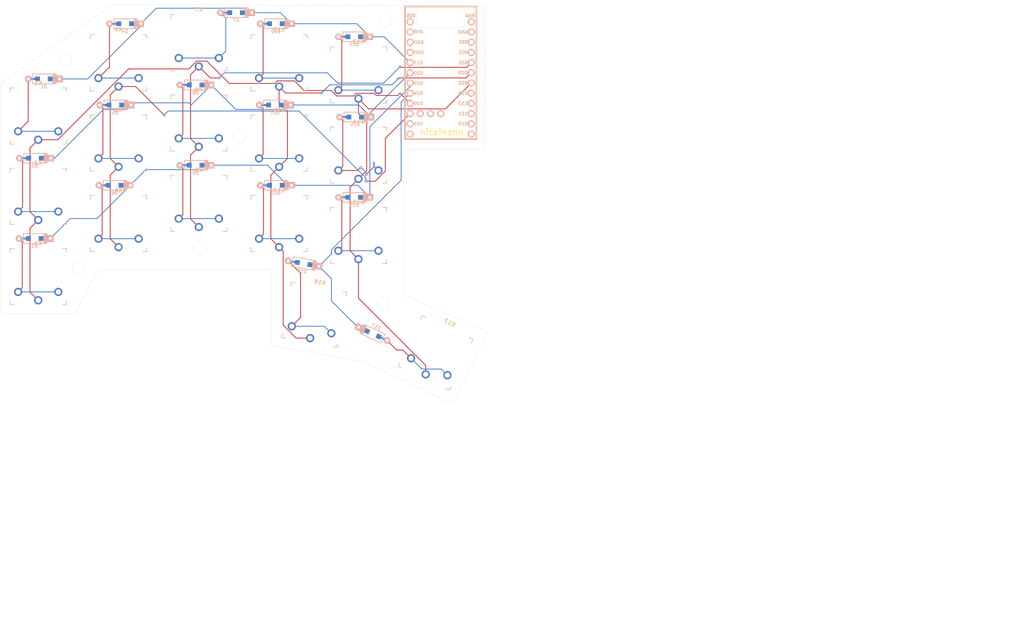
<source format=kicad_pcb>
(kicad_pcb (version 20241229) (generator "pcbnew") (generator_version "9.0")
  (layers (0 "F.Cu" signal) (2 "B.Cu" signal) (13 "F.Paste" user) (15 "B.Paste" user) (5 "F.SilkS" user "F.Silkscreen") (7 "B.SilkS" user "B.Silkscreen") (1 "F.Mask" user) (3 "B.Mask" user) (25 "Edge.Cuts" user))
  (net 0 "")
  (net 1 "/Row0")
  (net 2 "Net-(D1-A)")
  (net 3 "Net-(D2-A)")
  (net 4 "/Row1")
  (net 5 "/Row2")
  (net 6 "Net-(D3-A)")
  (net 7 "Net-(D4-A)")
  (net 8 "Net-(D5-A)")
  (net 9 "Net-(D6-A)")
  (net 10 "Net-(D7-A)")
  (net 11 "Net-(D8-A)")
  (net 12 "Net-(D9-A)")
  (net 13 "Net-(D10-A)")
  (net 14 "Net-(D11-A)")
  (net 15 "Net-(D12-A)")
  (net 16 "Net-(D13-A)")
  (net 17 "Net-(D14-A)")
  (net 18 "Net-(D15-A)")
  (net 19 "/Row3")
  (net 20 "Net-(D16-A)")
  (net 21 "Net-(D17-A)")
  (net 22 "/Col0")
  (net 23 "/Col1")
  (net 24 "/Col2")
  (net 25 "/Col3")
  (net 26 "/Col4")
  (footprint "Choc switches:SW_PG1350_reversible" (layer "F.Cu") (at 107.15 109.75)
    (property "Reference" "K15")
    (property "Value" "KEYSW")
  )
  (footprint "Choc switches:SW_PG1350_reversible" (layer "F.Cu") (at 27.4 80)
    (property "Reference" "K1")
    (property "Value" "KEYSW")
  )
  (footprint "Choc switches:SW_PG1350_reversible" (layer "F.Cu") (at 126.4 139 -25)
    (property "Reference" "K17")
    (property "Value" "KEYSW")
  )
  (footprint "Choc switches:SW_PG1350_reversible" (layer "F.Cu") (at 67.4 101.75)
    (property "Reference" "K9")
    (property "Value" "KEYSW")
  )
  (footprint "Choc switches:SW_PG1350_reversible" (layer "F.Cu") (at 96.15 129.5 -10)
    (property "Reference" "K16")
    (property "Value" "KEYSW")
  )
  (footprint "Choc switches:SW_PG1350_reversible" (layer "F.Cu") (at 47.4 86.75)
    (property "Reference" "K5")
    (property "Value" "KEYSW")
  )
  (footprint "nice!nano:nice_nano" (layer "F.Cu") (at 127.65 70.5 -90)
    (property "Reference" "U1" (hide yes))
    (property "Value" "nice_nano" (hide yes))
  )
  (footprint "Choc switches:SW_PG1350_reversible" (layer "F.Cu") (at 47.4 106.75)
    (property "Reference" "K6")
    (property "Value" "KEYSW")
  )
  (footprint "Choc switches:SW_PG1350_reversible" (layer "F.Cu") (at 47.4 66.75)
    (property "Reference" "K4")
    (property "Value" "KEYSW")
  )
  (footprint "Choc switches:SW_PG1350_reversible" (layer "F.Cu") (at 27.4 120)
    (property "Reference" "K3")
    (property "Value" "KEYSW")
  )
  (footprint "Choc switches:SW_PG1350_reversible" (layer "F.Cu") (at 67.4 61.75)
    (property "Reference" "K7")
    (property "Value" "KEYSW")
  )
  (footprint "Choc switches:SW_PG1350_reversible" (layer "F.Cu") (at 67.4 81.75)
    (property "Reference" "K8")
    (property "Value" "KEYSW")
  )
  (footprint "Choc switches:SW_PG1350_reversible" (layer "F.Cu") (at 107.15 69.75)
    (property "Reference" "K13")
    (property "Value" "KEYSW")
  )
  (footprint "Choc switches:SW_PG1350_reversible" (layer "F.Cu") (at 27.4 100)
    (property "Reference" "K2")
    (property "Value" "KEYSW")
  )
  (footprint "Choc switches:SW_PG1350_reversible" (layer "F.Cu") (at 87.4 86.75)
    (property "Reference" "K11")
    (property "Value" "KEYSW")
  )
  (footprint "Choc switches:SW_PG1350_reversible" (layer "F.Cu") (at 107.15 89.75)
    (property "Reference" "K14")
    (property "Value" "KEYSW")
  )
  (footprint "Choc switches:SW_PG1350_reversible" (layer "F.Cu") (at 87.4 66.75)
    (property "Reference" "K10")
    (property "Value" "KEYSW")
  )
  (footprint "Choc switches:SW_PG1350_reversible" (layer "F.Cu") (at 87.4 106.75)
    (property "Reference" "K12")
    (property "Value" "KEYSW")
  )
  (footprint "keyboard_parts.pretty-master:D_SOD123_axial" (layer "B.Cu") (at 26.525 110.5 180)
    (property "Reference" "D3")
    (property "Value" "~" (hide yes))
  )
  (footprint "keyboard_parts.pretty-master:D_SOD123_axial" (layer "B.Cu") (at 76.675 54.25 180)
    (property "Reference" "D7")
    (property "Value" "~" (hide yes))
  )
  (footprint "keyboard_parts.pretty-master:D_SOD123_axial" (layer "B.Cu") (at 86.35 77.25 180)
    (property "Reference" "D11")
    (property "Value" "~" (hide yes))
  )
  (footprint "keyboard_parts.pretty-master:D_SOD123_axial" (layer "B.Cu") (at 66.6 72.25 180)
    (property "Reference" "D8")
    (property "Value" "~" (hide yes))
  )
  (footprint "keyboard_parts.pretty-master:D_SOD123_axial" (layer "B.Cu") (at 26.6 90.5 180)
    (property "Reference" "D2")
    (property "Value" "~" (hide yes))
  )
  (footprint "keyboard_parts.pretty-master:D_SOD123_axial" (layer "B.Cu") (at 46.425 97.25 180)
    (property "Reference" "D6")
    (property "Value" "~" (hide yes))
  )
  (footprint "keyboard_parts.pretty-master:D_SOD123_axial" (layer "B.Cu") (at 106.1 100.25 180)
    (property "Reference" "D15")
    (property "Value" "~" (hide yes))
  )
  (footprint "keyboard_parts.pretty-master:D_SOD123_axial" (layer "B.Cu") (at 106.1 60.25 180)
    (property "Reference" "D13")
    (property "Value" "~" (hide yes))
  )
  (footprint "keyboard_parts.pretty-master:D_SOD123_axial" (layer "B.Cu") (at 86.6 57 180)
    (property "Reference" "D10")
    (property "Value" "~" (hide yes))
  )
  (footprint "keyboard_parts.pretty-master:D_SOD123_axial" (layer "B.Cu") (at 86.6 97.25 180)
    (property "Reference" "D12")
    (property "Value" "~" (hide yes))
  )
  (footprint "keyboard_parts.pretty-master:D_SOD123_axial" (layer "B.Cu") (at 93.5 116.75 170)
    (property "Reference" "D16")
    (property "Value" "~" (hide yes))
  )
  (footprint "keyboard_parts.pretty-master:D_SOD123_axial" (layer "B.Cu") (at 66.6 92.25 180)
    (property "Reference" "D9")
    (property "Value" "~" (hide yes))
  )
  (footprint "keyboard_parts.pretty-master:D_SOD123_axial" (layer "B.Cu") (at 110.75 134.25 -25)
    (property "Reference" "D17")
    (property "Value" "~" (hide yes))
  )
  (footprint "keyboard_parts.pretty-master:D_SOD123_axial" (layer "B.Cu") (at 28.8 70.75 180)
    (property "Reference" "D1")
    (property "Value" "~" (hide yes))
  )
  (footprint "keyboard_parts.pretty-master:D_SOD123_axial" (layer "B.Cu") (at 46.6 77.25 180)
    (property "Reference" "D5")
    (property "Value" "~" (hide yes))
  )
  (footprint "keyboard_parts.pretty-master:D_SOD123_axial" (layer "B.Cu") (at 49.05 57 180)
    (property "Reference" "D4")
    (property "Value" "~" (hide yes))
  )
  (footprint "keyboard_parts.pretty-master:D_SOD123_axial" (layer "B.Cu") (at 106.35 80.25 180)
    (property "Reference" "D14")
    (property "Value" "~" (hide yes))
  )
  (gr_circle (center 113.25 126.75) (end 114.75 126.75) (stroke (width 0.05)) (fill no) (layer "Edge.Cuts"))
  (gr_circle (center 34.25 66) (end 35.75 66) (stroke (width 0.05)) (fill no) (layer "Edge.Cuts"))
  (gr_circle (center 67.5 113) (end 69 113) (stroke (width 0.05)) (fill no) (layer "Edge.Cuts"))
  (gr_poly (pts (xy 130.638811 151.789788) (xy 139.375825 133.733292) (xy 118.4 124.524393) (xy 118.4 88.25) (xy 138.65 88.25) (xy 138.65 52.504145) (xy 133.5 52.5) (xy 133.5 58) (xy 121.75 58) (xy 121.750097 52.466188) (xy 45.974084 52.248133) (xy 17.9 71.899991) (xy 17.9 129.25) (xy 36.639361 129.25) (xy 42.256383 118.25) (xy 85.4 118.25) (xy 85.4 137.111112) (xy 108.819898 141.27465)) (stroke (width 0.05)) (fill no) (layer "Edge.Cuts"))
  (gr_circle (center 37.5 117.75) (end 39 117.75) (stroke (width 0.05)) (fill no) (layer "Edge.Cuts"))
  (gr_circle (center 77.5 85) (end 79 85) (stroke (width 0.05)) (fill no) (layer "Edge.Cuts"))
  (gr_circle (center 114 56.5) (end 115.5 56.5) (stroke (width 0.05)) (fill no) (layer "Edge.Cuts"))
  (segment (start 79.474 53.149) (end 80.575 54.25) (width 0.2) (layer "B.Cu") (net 1))
  (segment (start 52.95 57) (end 56.801 53.149) (width 0.2) (layer "B.Cu") (net 1))
  (segment (start 56.801 53.149) (end 79.474 53.149) (width 0.2) (layer "B.Cu") (net 1))
  (segment (start 52.95 57.55) (end 52.95 57) (width 0.2) (layer "B.Cu") (net 1))
  (segment (start 110 60.25) (end 113.59 60.25) (width 0.2) (layer "B.Cu") (net 1))
  (segment (start 113.59 60.25) (end 120.03 66.69) (width 0.2) (layer "B.Cu") (net 1))
  (segment (start 39.75 70.75) (end 52.95 57.55) (width 0.2) (layer "B.Cu") (net 1))
  (segment (start 90.5 57) (end 106.75 57) (width 0.2) (layer "B.Cu") (net 1))
  (segment (start 106.75 57) (end 110 60.25) (width 0.2) (layer "B.Cu") (net 1))
  (segment (start 80.575 54.25) (end 87.75 54.25) (width 0.2) (layer "B.Cu") (net 1))
  (segment (start 32.7 70.75) (end 39.75 70.75) (width 0.2) (layer "B.Cu") (net 1))
  (segment (start 87.75 54.25) (end 90.5 57) (width 0.2) (layer "B.Cu") (net 1))
  (segment (start 24.9 81.3) (end 22.4 83.8) (width 0.2) (layer "F.Cu") (net 2))
  (segment (start 24.9 70.75) (end 24.9 81.3) (width 0.2) (layer "F.Cu") (net 2))
  (segment (start 22.4 83.8) (end 32.4 83.8) (width 0.2) (layer "B.Cu") (net 2))
  (segment (start 23.499999 91.299999) (end 23.499999 102.700001) (width 0.2) (layer "F.Cu") (net 3))
  (segment (start 23.499999 102.700001) (end 22.4 103.8) (width 0.2) (layer "F.Cu") (net 3))
  (segment (start 22.7 90.5) (end 23.499999 91.299999) (width 0.2) (layer "F.Cu") (net 3))
  (segment (start 32.4 103.8) (end 22.4 103.8) (width 0.2) (layer "B.Cu") (net 3))
  (segment (start 110.25 80.25) (end 110.25 79.01) (width 0.2) (layer "B.Cu") (net 4))
  (segment (start 107.25 77.25) (end 110.25 80.25) (width 0.2) (layer "B.Cu") (net 4))
  (segment (start 64.9537 76.7037) (end 65.5 77.25) (width 0.2) (layer "B.Cu") (net 4))
  (segment (start 51.0463 76.7037) (end 64.9537 76.7037) (width 0.2) (layer "B.Cu") (net 4))
  (segment (start 70.5 72.25) (end 76.601 78.351) (width 0.2) (layer "B.Cu") (net 4))
  (segment (start 65.5 77.25) (end 70.5 72.25) (width 0.2) (layer "B.Cu") (net 4))
  (segment (start 49.5 78.25) (end 50.5 77.25) (width 0.2) (layer "B.Cu") (net 4))
  (segment (start 30.5 90.5) (end 31.5 90.5) (width 0.2) (layer "B.Cu") (net 4))
  (segment (start 76.601 78.351) (end 89.149 78.351) (width 0.2) (layer "B.Cu") (net 4))
  (segment (start 110.25 79.01) (end 120.03 69.23) (width 0.2) (layer "B.Cu") (net 4))
  (segment (start 31.5 90.5) (end 43.75 78.25) (width 0.2) (layer "B.Cu") (net 4))
  (segment (start 90.25 77.25) (end 107.25 77.25) (width 0.2) (layer "B.Cu") (net 4))
  (segment (start 89.149 78.351) (end 90.25 77.25) (width 0.2) (layer "B.Cu") (net 4))
  (segment (start 43.75 78.25) (end 49.5 78.25) (width 0.2) (layer "B.Cu") (net 4))
  (segment (start 50.5 77.25) (end 51.0463 76.7037) (width 0.2) (layer "B.Cu") (net 4))
  (segment (start 120.03 72.645046) (end 120.03 71.77) (width 0.2) (layer "B.Cu") (net 5))
  (segment (start 70.5 92.25) (end 84.5 92.25) (width 0.2) (layer "B.Cu") (net 5))
  (segment (start 110 100.25) (end 110 82.675046) (width 0.2) (layer "B.Cu") (net 5))
  (segment (start 69.399 93.351) (end 54.223999 93.351) (width 0.2) (layer "B.Cu") (net 5))
  (segment (start 107 97.25) (end 110 100.25) (width 0.2) (layer "B.Cu") (net 5))
  (segment (start 84.5 92.25) (end 89.5 97.25) (width 0.2) (layer "B.Cu") (net 5))
  (segment (start 42.026899 105.5481) (end 50.324999 97.25) (width 0.2) (layer "B.Cu") (net 5))
  (segment (start 54.223999 93.351) (end 50.324999 97.25) (width 0.2) (layer "B.Cu") (net 5))
  (segment (start 110 82.675046) (end 120.03 72.645046) (width 0.2) (layer "B.Cu") (net 5))
  (segment (start 70.5 92.25) (end 69.399 93.351) (width 0.2) (layer "B.Cu") (net 5))
  (segment (start 30.425 110.5) (end 35.3769 105.5481) (width 0.2) (layer "B.Cu") (net 5))
  (segment (start 89.5 97.25) (end 90.5 97.25) (width 0.2) (layer "B.Cu") (net 5))
  (segment (start 90.5 97.25) (end 107 97.25) (width 0.2) (layer "B.Cu") (net 5))
  (segment (start 35.3769 105.5481) (end 42.026899 105.5481) (width 0.2) (layer "B.Cu") (net 5))
  (segment (start 22.625 110.5) (end 23.424999 111.299999) (width 0.2) (layer "F.Cu") (net 6))
  (segment (start 23.424999 111.299999) (end 23.424999 122.775001) (width 0.2) (layer "F.Cu") (net 6))
  (segment (start 23.424999 122.775001) (end 22.4 123.8) (width 0.2) (layer "F.Cu") (net 6))
  (segment (start 22.4 123.8) (end 32.4 123.8) (width 0.2) (layer "B.Cu") (net 6))
  (segment (start 45.15 67.8) (end 42.4 70.55) (width 0.2) (layer "F.Cu") (net 7))
  (segment (start 45.15 57) (end 45.15 67.8) (width 0.2) (layer "F.Cu") (net 7))
  (segment (start 42.4 70.55) (end 52.4 70.55) (width 0.2) (layer "B.Cu") (net 7))
  (segment (start 43.499999 78.049999) (end 43.499999 89.450001) (width 0.2) (layer "F.Cu") (net 8))
  (segment (start 42.7 77.25) (end 43.499999 78.049999) (width 0.2) (layer "F.Cu") (net 8))
  (segment (start 43.499999 89.450001) (end 42.4 90.55) (width 0.2) (layer "F.Cu") (net 8))
  (segment (start 52.4 90.55) (end 42.4 90.55) (width 0.2) (layer "B.Cu") (net 8))
  (segment (start 43.325 109.625) (end 42.4 110.55) (width 0.2) (layer "F.Cu") (net 9))
  (segment (start 42.525001 97.25) (end 43.325 98.049999) (width 0.2) (layer "F.Cu") (net 9))
  (segment (start 43.325 98.049999) (end 43.325 109.625) (width 0.2) (layer "F.Cu") (net 9))
  (segment (start 52.4 110.55) (end 42.4 110.55) (width 0.2) (layer "B.Cu") (net 9))
  (segment (start 62.4 65.55) (end 72.4 65.55) (width 0.2) (layer "B.Cu") (net 10))
  (segment (start 74.1019 63.8481) (end 74.1019 55.5769) (width 0.2) (layer "B.Cu") (net 10))
  (segment (start 74.1019 55.5769) (end 72.775 54.25) (width 0.2) (layer "B.Cu") (net 10))
  (segment (start 72.4 65.55) (end 74.1019 63.8481) (width 0.2) (layer "B.Cu") (net 10))
  (segment (start 63.415999 72.965999) (end 62.7 72.25) (width 0.2) (layer "F.Cu") (net 11))
  (segment (start 62.4 85.55) (end 63.415999 84.534001) (width 0.2) (layer "F.Cu") (net 11))
  (segment (start 63.415999 84.534001) (end 63.415999 72.965999) (width 0.2) (layer "F.Cu") (net 11))
  (segment (start 62.4 85.55) (end 72.4 85.55) (width 0.2) (layer "B.Cu") (net 11))
  (segment (start 63.415999 104.534001) (end 63.415999 92.965999) (width 0.2) (layer "F.Cu") (net 12))
  (segment (start 62.4 105.55) (end 63.415999 104.534001) (width 0.2) (layer "F.Cu") (net 12))
  (segment (start 63.415999 92.965999) (end 62.7 92.25) (width 0.2) (layer "F.Cu") (net 12))
  (segment (start 72.4 105.55) (end 62.4 105.55) (width 0.2) (layer "B.Cu") (net 12))
  (segment (start 83.415999 57.715999) (end 82.7 57) (width 0.2) (layer "F.Cu") (net 13))
  (segment (start 82.4 70.55) (end 83.415999 69.534001) (width 0.2) (layer "F.Cu") (net 13))
  (segment (start 83.415999 69.534001) (end 83.415999 57.715999) (width 0.2) (layer "F.Cu") (net 13))
  (segment (start 82.4 70.55) (end 92.4 70.55) (width 0.2) (layer "B.Cu") (net 13))
  (segment (start 83.415999 78.215999) (end 82.45 77.25) (width 0.2) (layer "F.Cu") (net 14))
  (segment (start 83.415999 89.534001) (end 83.415999 78.215999) (width 0.2) (layer "F.Cu") (net 14))
  (segment (start 82.4 90.55) (end 83.415999 89.534001) (width 0.2) (layer "F.Cu") (net 14))
  (segment (start 82.4 90.55) (end 92.4 90.55) (width 0.2) (layer "B.Cu") (net 14))
  (segment (start 82.7 97.25) (end 83.499999 98.049999) (width 0.2) (layer "F.Cu") (net 15))
  (segment (start 83.499999 98.049999) (end 83.499999 109.450001) (width 0.2) (layer "F.Cu") (net 15))
  (segment (start 83.499999 109.450001) (end 82.4 110.55) (width 0.2) (layer "F.Cu") (net 15))
  (segment (start 92.4 110.55) (end 82.4 110.55) (width 0.2) (layer "B.Cu") (net 15))
  (segment (start 102.2 60.25) (end 102.999999 61.049999) (width 0.2) (layer "F.Cu") (net 16))
  (segment (start 102.999999 72.700001) (end 102.15 73.55) (width 0.2) (layer "F.Cu") (net 16))
  (segment (start 102.999999 61.049999) (end 102.999999 72.700001) (width 0.2) (layer "F.Cu") (net 16))
  (segment (start 102.15 73.55) (end 112.15 73.55) (width 0.2) (layer "B.Cu") (net 16))
  (segment (start 102.45 80.25) (end 103.249999 81.049999) (width 0.2) (layer "F.Cu") (net 17))
  (segment (start 111 91.75) (end 111 92.64853) (width 0.2) (layer "F.Cu") (net 17))
  (segment (start 103.249999 81.049999) (end 103.249999 92.450001) (width 0.2) (layer "F.Cu") (net 17))
  (segment (start 103.249999 92.450001) (end 102.15 93.55) (width 0.2) (layer "F.Cu") (net 17))
  (segment (start 106.95 93.55) (end 102.15 93.55) (width 0.2) (layer "F.Cu") (net 17))
  (segment (start 107.75 92.75) (end 106.95 93.55) (width 0.2) (layer "F.Cu") (net 17))
  (segment (start 111 92.64853) (end 109.074265 94.574265) (width 0.2) (layer "F.Cu") (net 17))
  (via (at 111 91.75) (size 0.6) (drill 0.3) (layers "F.Cu" "B.Cu") (net 17))
  (via (at 109.074265 94.574265) (size 0.6) (drill 0.3) (layers "F.Cu" "B.Cu") (net 17))
  (via (at 107.75 92.75) (size 0.6) (drill 0.3) (layers "F.Cu" "B.Cu") (net 17))
  (segment (start 111 92.4) (end 111 91.75) (width 0.2) (layer "B.Cu") (net 17))
  (segment (start 109.074265 94.574265) (end 109.074265 94.074265) (width 0.2) (layer "B.Cu") (net 17))
  (segment (start 112.15 93.55) (end 111 92.4) (width 0.2) (layer "B.Cu") (net 17))
  (segment (start 109.074265 94.074265) (end 107.75 92.75) (width 0.2) (layer "B.Cu") (net 17))
  (segment (start 102.999999 101.049999) (end 102.999999 112.700001) (width 0.2) (layer "F.Cu") (net 18))
  (segment (start 102.999999 112.700001) (end 102.15 113.55) (width 0.2) (layer "F.Cu") (net 18))
  (segment (start 102.2 100.25) (end 102.999999 101.049999) (width 0.2) (layer "F.Cu") (net 18))
  (segment (start 112.15 113.55) (end 102.15 113.55) (width 0.2) (layer "B.Cu") (net 18))
  (segment (start 100.431769 126.012196) (end 107.021362 132.601789) (width 0.2) (layer "B.Cu") (net 19))
  (segment (start 100.431769 120.518247) (end 100.431769 126.012196) (width 0.2) (layer "B.Cu") (net 19))
  (segment (start 97.34075 117.427228) (end 100.431769 114.336209) (width 0.2) (layer "B.Cu") (net 19))
  (segment (start 117.799 95.951) (end 117.799 76.541) (width 0.2) (layer "B.Cu") (net 19))
  (segment (start 97.34075 117.427228) (end 100.431769 120.518247) (width 0.2) (layer "B.Cu") (net 19))
  (segment (start 100.431769 114.336209) (end 100.431769 113.318231) (width 0.2) (layer "B.Cu") (net 19))
  (segment (start 100.431769 113.318231) (end 117.799 95.951) (width 0.2) (layer "B.Cu") (net 19))
  (segment (start 107.021362 132.601789) (end 107.2154 132.601789) (width 0.2) (layer "B.Cu") (net 19))
  (segment (start 117.799 76.541) (end 120.03 74.31) (width 0.2) (layer "B.Cu") (net 19))
  (segment (start 92.750269 130.189858) (end 90.566098 132.374029) (width 0.2) (layer "F.Cu") (net 20))
  (segment (start 92.750269 119.163791) (end 92.750269 130.189858) (width 0.2) (layer "F.Cu") (net 20))
  (segment (start 89.65925 116.072772) (end 92.750269 119.163791) (width 0.2) (layer "F.Cu") (net 20))
  (segment (start 98.677695 132.374029) (end 90.566098 132.374029) (width 0.2) (layer "B.Cu") (net 20))
  (segment (start 100.414176 134.11051) (end 98.677695 132.374029) (width 0.2) (layer "B.Cu") (net 20))
  (segment (start 116.675669 138.28928) (end 114.2846 135.898211) (width 0.2) (layer "F.Cu") (net 21))
  (segment (start 120.262512 140.330878) (end 118.220914 138.28928) (width 0.2) (layer "F.Cu") (net 21))
  (segment (start 118.220914 138.28928) (end 116.675669 138.28928) (width 0.2) (layer "F.Cu") (net 21))
  (segment (start 122.96185 143.030216) (end 120.262512 140.330878) (width 0.2) (layer "B.Cu") (net 21))
  (segment (start 127.798745 143.030216) (end 122.96185 143.030216) (width 0.2) (layer "B.Cu") (net 21))
  (segment (start 129.32559 144.557061) (end 127.798745 143.030216) (width 0.2) (layer "B.Cu") (net 21))
  (segment (start 25.3345 107.9655) (end 25.3345 123.8345) (width 0.2) (layer "F.Cu") (net 22))
  (segment (start 27.4 105.9) (end 25.3345 107.9655) (width 0.2) (layer "F.Cu") (net 22))
  (segment (start 111.07048 74.333) (end 111.60448 74.867) (width 0.2) (layer "F.Cu") (net 22))
  (segment (start 105.93748 75) (end 106.60448 74.333) (width 0.2) (layer "F.Cu") (net 22))
  (segment (start 93.63648 73.649) (end 100.38648 73.649) (width 0.2) (layer "F.Cu") (net 22))
  (segment (start 111.60448 74.867) (end 116.979 74.867) (width 0.2) (layer "F.Cu") (net 22))
  (segment (start 106.60448 74.333) (end 111.07048 74.333) (width 0.2) (layer "F.Cu") (net 22))
  (segment (start 64.93748 68.25) (end 66.85448 66.333) (width 0.2) (layer "F.Cu") (net 22))
  (segment (start 27.4 85.9) (end 25.3345 87.9655) (width 0.2) (layer "F.Cu") (net 22))
  (segment (start 116.979 74.867) (end 117.513 74.333) (width 0.2) (layer "F.Cu") (net 22))
  (segment (start 101.73748 75) (end 105.93748 75) (width 0.2) (layer "F.Cu") (net 22))
  (segment (start 49.93748 68.25) (end 64.93748 68.25) (width 0.2) (layer "F.Cu") (net 22))
  (segment (start 32.28748 85.9) (end 49.93748 68.25) (width 0.2) (layer "F.Cu") (net 22))
  (segment (start 25.3345 87.9655) (end 25.3345 103.8345) (width 0.2) (layer "F.Cu") (net 22))
  (segment (start 27.4 85.9) (end 32.28748 85.9) (width 0.2) (layer "F.Cu") (net 22))
  (segment (start 86.93748 71.25) (end 91.23748 71.25) (width 0.2) (layer "F.Cu") (net 22))
  (segment (start 100.38648 73.649) (end 101.73748 75) (width 0.2) (layer "F.Cu") (net 22))
  (segment (start 25.3345 103.8345) (end 27.4 105.9) (width 0.2) (layer "F.Cu") (net 22))
  (segment (start 86.32048 71.867) (end 86.93748 71.25) (width 0.2) (layer "F.Cu") (net 22))
  (segment (start 74.95995 71.867) (end 86.32048 71.867) (width 0.2) (layer "F.Cu") (net 22))
  (segment (start 66.85448 66.333) (end 69.42595 66.333) (width 0.2) (layer "F.Cu") (net 22))
  (segment (start 117.513 74.333) (end 120.03 76.85) (width 0.2) (layer "F.Cu") (net 22))
  (segment (start 91.23748 71.25) (end 93.63648 73.649) (width 0.2) (layer "F.Cu") (net 22))
  (segment (start 69.42595 66.333) (end 74.95995 71.867) (width 0.2) (layer "F.Cu") (net 22))
  (segment (start 25.3345 123.8345) (end 27.4 125.9) (width 0.2) (layer "F.Cu") (net 22))
  (segment (start 45.3345 94.7155) (end 45.3345 110.5845) (width 0.2) (layer "F.Cu") (net 23))
  (segment (start 113.8519 93.71062) (end 111.31252 96.25) (width 0.2) (layer "F.Cu") (net 23))
  (segment (start 47.4 72.65) (end 45.3345 74.7155) (width 0.2) (layer "F.Cu") (net 23))
  (segment (start 45.3345 110.5845) (end 47.4 112.65) (width 0.2) (layer "F.Cu") (net 23))
  (segment (start 111.31252 96.25) (end 109 96.25) (width 0.2) (layer "F.Cu") (net 23))
  (segment (start 47.4 92.65) (end 45.3345 94.7155) (width 0.2) (layer "F.Cu") (net 23))
  (segment (start 113.8519 85.5681) (end 113.8519 93.71062) (width 0.2) (layer "F.Cu") (net 23))
  (segment (start 45.3345 90.5845) (end 47.4 92.65) (width 0.2) (layer "F.Cu") (net 23))
  (segment (start 47.4 72.65) (end 51.65 72.65) (width 0.2) (layer "F.Cu") (net 23))
  (segment (start 120.03 79.39) (end 113.8519 85.5681) (width 0.2) (layer "F.Cu") (net 23))
  (segment (start 51.65 72.65) (end 58.75 79.75) (width 0.2) (layer "F.Cu") (net 23))
  (segment (start 45.3345 74.7155) (end 45.3345 90.5845) (width 0.2) (layer "F.Cu") (net 23))
  (via (at 58.75 79.75) (size 0.6) (drill 0.3) (layers "F.Cu" "B.Cu") (net 23))
  (via (at 109 96.25) (size 0.6) (drill 0.3) (layers "F.Cu" "B.Cu") (net 23))
  (segment (start 59.748 78.752) (end 92.351743 78.752) (width 0.2) (layer "B.Cu") (net 23))
  (segment (start 58.75 79.75) (end 59.748 78.752) (width 0.2) (layer "B.Cu") (net 23))
  (segment (start 92.351743 78.752) (end 109 95.400257) (width 0.2) (layer "B.Cu") (net 23))
  (segment (start 109 95.400257) (end 109 96.25) (width 0.2) (layer "B.Cu") (net 23))
  (segment (start 117.5 67.75) (end 117.6173 67.8673) (width 0.2) (layer "F.Cu") (net 24))
  (segment (start 65.3345 69.7155) (end 65.3345 85.5845) (width 0.2) (layer "F.Cu") (net 24))
  (segment (start 70.25 70.5) (end 72.5 70.5) (width 0.2) (layer "F.Cu") (net 24))
  (segment (start 67.4 67.65) (end 70.25 70.5) (width 0.2) (layer "F.Cu") (net 24))
  (segment (start 117.6173 67.8673) (end 134.0927 67.8673) (width 0.2) (layer "F.Cu") (net 24))
  (segment (start 65.3345 89.7155) (end 65.3345 105.5845) (width 0.2) (layer "F.Cu") (net 24))
  (segment (start 134.0927 67.8673) (end 135.27 66.69) (width 0.2) (layer "F.Cu") (net 24))
  (segment (start 67.4 87.65) (end 65.3345 89.7155) (width 0.2) (layer "F.Cu") (net 24))
  (segment (start 65.3345 105.5845) (end 67.4 107.65) (width 0.2) (layer "F.Cu") (net 24))
  (segment (start 67.4 67.65) (end 65.3345 69.7155) (width 0.2) (layer "F.Cu") (net 24))
  (segment (start 65.3345 85.5845) (end 67.4 87.65) (width 0.2) (layer "F.Cu") (net 24))
  (via (at 72.5 70.5) (size 0.6) (drill 0.3) (layers "F.Cu" "B.Cu") (net 24))
  (via (at 117.5 67.75) (size 0.6) (drill 0.3) (layers "F.Cu" "B.Cu") (net 24))
  (segment (start 99.433257 69.233) (end 102.015757 71.8155) (width 0.2) (layer "B.Cu") (net 24))
  (segment (start 73.767 69.233) (end 99.433257 69.233) (width 0.2) (layer "B.Cu") (net 24))
  (segment (start 113.4345 71.8155) (end 117.5 67.75) (width 0.2) (layer "B.Cu") (net 24))
  (segment (start 72.5 70.5) (end 73.767 69.233) (width 0.2) (layer "B.Cu") (net 24))
  (segment (start 102.015757 71.8155) (end 113.4345 71.8155) (width 0.2) (layer "B.Cu") (net 24))
  (segment (start 88.415999 113.665999) (end 87.4 112.65) (width 0.2) (layer "F.Cu") (net 25))
  (segment (start 88.415999 132.08645) (end 88.415999 113.665999) (width 0.2) (layer "F.Cu") (net 25))
  (segment (start 91.639915 135.310366) (end 88.415999 132.08645) (width 0.2) (layer "F.Cu") (net 25))
  (segment (start 87.4 72.65) (end 89 74.25) (width 0.2) (layer "F.Cu") (net 25))
  (segment (start 85.3345 110.5845) (end 87.4 112.65) (width 0.2) (layer "F.Cu") (net 25))
  (segment (start 89.4655 90.5845) (end 87.4 92.65) (width 0.2) (layer "F.Cu") (net 25))
  (segment (start 95.125476 135.310366) (end 91.639915 135.310366) (width 0.2) (layer "F.Cu") (net 25))
  (segment (start 89 74.25) (end 98 74.25) (width 0.2) (layer "F.Cu") (net 25))
  (segment (start 134 70.5) (end 135.27 69.23) (width 0.2) (layer "F.Cu") (net 25))
  (segment (start 117.25 70.5) (end 134 70.5) (width 0.2) (layer "F.Cu") (net 25))
  (segment (start 85.3345 94.7155) (end 85.3345 110.5845) (width 0.2) (layer "F.Cu") (net 25))
  (segment (start 89.4655 78.6675) (end 89.4655 90.5845) (width 0.2) (layer "F.Cu") (net 25))
  (segment (start 87.4 92.65) (end 85.3345 94.7155) (width 0.2) (layer "F.Cu") (net 25))
  (segment (start 87.4 72.65) (end 87.4 76.602) (width 0.2) (layer "F.Cu") (net 25))
  (segment (start 87.4 76.602) (end 89.4655 78.6675) (width 0.2) (layer "F.Cu") (net 25))
  (segment (start 117 70.75) (end 117.25 70.5) (width 0.2) (layer "F.Cu") (net 25))
  (via (at 98 74.25) (size 0.6) (drill 0.3) (layers "F.Cu" "B.Cu") (net 25))
  (via (at 117 70.75) (size 0.6) (drill 0.3) (layers "F.Cu" "B.Cu") (net 25))
  (segment (start 98 74.25) (end 100.0335 72.2165) (width 0.2) (layer "B.Cu") (net 25))
  (segment (start 115.5335 72.2165) (end 117 70.75) (width 0.2) (layer "B.Cu") (net 25))
  (segment (start 100.0335 72.2165) (end 115.5335 72.2165) (width 0.2) (layer "B.Cu") (net 25))
  (segment (start 128.8273 78.2127) (end 135.27 71.77) (width 0.2) (layer "F.Cu") (net 26))
  (segment (start 123.906552 142.112398) (end 107.15 125.355846) (width 0.2) (layer "F.Cu") (net 26))
  (segment (start 107.15 79.2855) (end 107.15 75.65) (width 0.2) (layer "F.Cu") (net 26))
  (segment (start 105.0845 113.5845) (end 105.0845 97.7155) (width 0.2) (layer "F.Cu") (net 26))
  (segment (start 123.906552 144.347216) (end 123.906552 142.112398) (width 0.2) (layer "F.Cu") (net 26))
  (segment (start 107.15 75.65) (end 109.7127 78.2127) (width 0.2) (layer "F.Cu") (net 26))
  (segment (start 107.15 115.65) (end 105.0845 113.5845) (width 0.2) (layer "F.Cu") (net 26))
  (segment (start 109.2155 93.5845) (end 109.2155 81.351) (width 0.2) (layer "F.Cu") (net 26))
  (segment (start 109.7127 78.2127) (end 128.8273 78.2127) (width 0.2) (layer "F.Cu") (net 26))
  (segment (start 107.15 125.355846) (end 107.15 115.65) (width 0.2) (layer "F.Cu") (net 26))
  (segment (start 107.15 95.65) (end 109.2155 93.5845) (width 0.2) (layer "F.Cu") (net 26))
  (segment (start 105.0845 97.7155) (end 107.15 95.65) (width 0.2) (layer "F.Cu") (net 26))
  (segment (start 109.2155 81.351) (end 107.15 79.2855) (width 0.2) (layer "F.Cu") (net 26))
)
</source>
